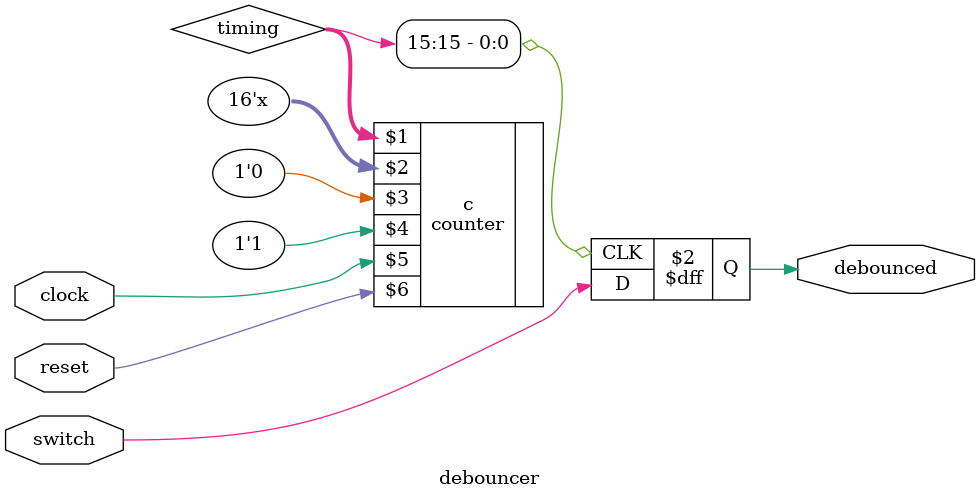
<source format=v>
module debouncer(
	output reg debounced,
	input switch,
	input clock,
	input reset
);

wire [15:0] timing;

counter c(timing, 16'hZ, 1'b0, 1'b1, clock, reset);

always @(posedge timing[15])
	debounced = switch;

endmodule

</source>
